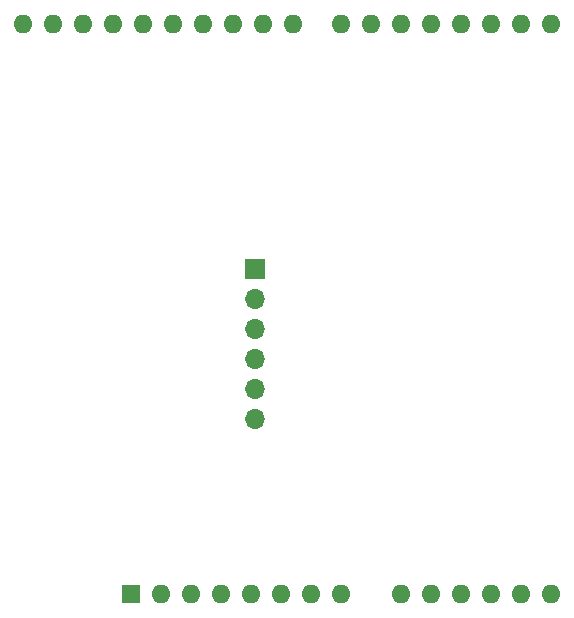
<source format=gbr>
%TF.GenerationSoftware,KiCad,Pcbnew,7.0.2-0*%
%TF.CreationDate,2023-05-15T10:36:04-07:00*%
%TF.ProjectId,RGProgrammer_V2,52475072-6f67-4726-916d-6d65725f5632,rev?*%
%TF.SameCoordinates,Original*%
%TF.FileFunction,Soldermask,Bot*%
%TF.FilePolarity,Negative*%
%FSLAX46Y46*%
G04 Gerber Fmt 4.6, Leading zero omitted, Abs format (unit mm)*
G04 Created by KiCad (PCBNEW 7.0.2-0) date 2023-05-15 10:36:04*
%MOMM*%
%LPD*%
G01*
G04 APERTURE LIST*
%ADD10R,1.700000X1.700000*%
%ADD11O,1.700000X1.700000*%
%ADD12R,1.600000X1.600000*%
%ADD13O,1.600000X1.600000*%
G04 APERTURE END LIST*
D10*
%TO.C,J1*%
X147800000Y-81950000D03*
D11*
X147800000Y-84490000D03*
X147800000Y-87030000D03*
X147800000Y-89570000D03*
X147800000Y-92110000D03*
X147800000Y-94650000D03*
%TD*%
D12*
%TO.C,A1*%
X137340000Y-109415000D03*
D13*
X139880000Y-109415000D03*
X142420000Y-109415000D03*
X144960000Y-109415000D03*
X147500000Y-109415000D03*
X150040000Y-109415000D03*
X152580000Y-109415000D03*
X155120000Y-109415000D03*
X160200000Y-109415000D03*
X162740000Y-109415000D03*
X165280000Y-109415000D03*
X167820000Y-109415000D03*
X170360000Y-109415000D03*
X172900000Y-109415000D03*
X172900000Y-61155000D03*
X170360000Y-61155000D03*
X167820000Y-61155000D03*
X165280000Y-61155000D03*
X162740000Y-61155000D03*
X160200000Y-61155000D03*
X157660000Y-61155000D03*
X155120000Y-61155000D03*
X151060000Y-61155000D03*
X148520000Y-61155000D03*
X145980000Y-61155000D03*
X143440000Y-61155000D03*
X140900000Y-61155000D03*
X138360000Y-61155000D03*
X135820000Y-61155000D03*
X133280000Y-61155000D03*
X130740000Y-61155000D03*
X128200000Y-61155000D03*
%TD*%
M02*

</source>
